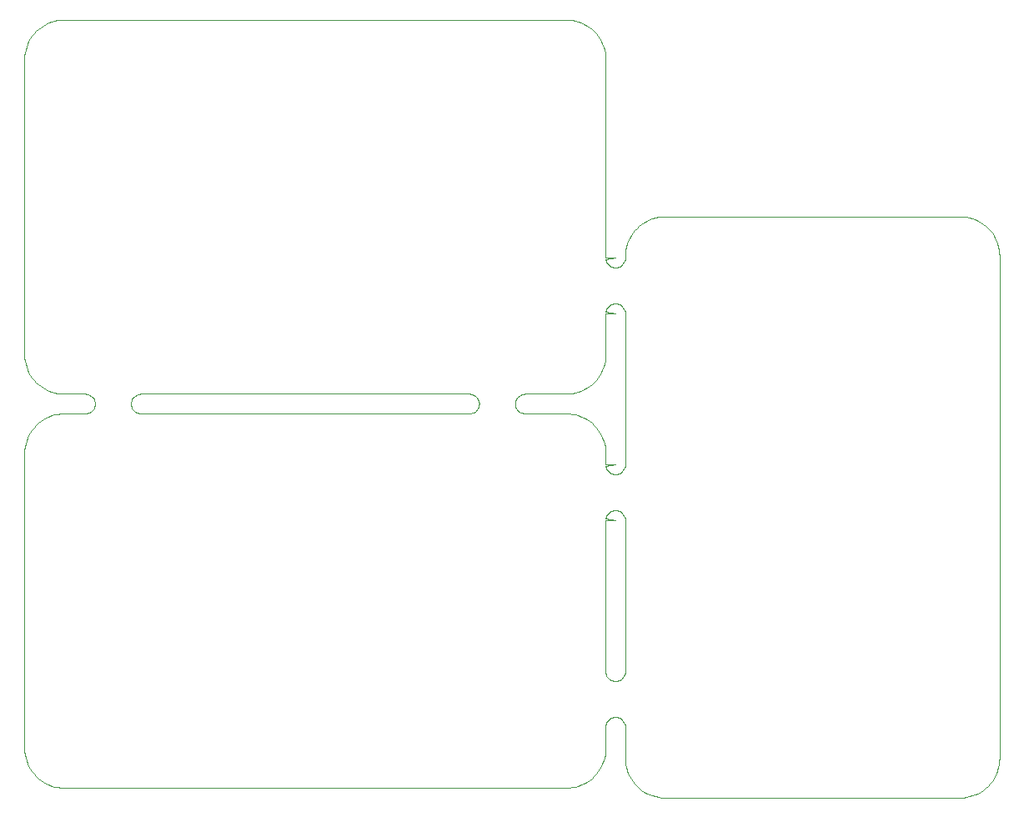
<source format=gko>
%MOIN*%
%OFA0B0*%
%FSLAX36Y36*%
%IPPOS*%
%LPD*%
%ADD10C,0*%
D10*
X001778408Y001496062D02*
X001778408Y001496062D01*
X000465686Y001496062D01*
X000459527Y001496547D01*
X000453520Y001497989D01*
X000447812Y001500354D01*
X000442544Y001503582D01*
X000437847Y001507594D01*
X000433835Y001512291D01*
X000430607Y001517559D01*
X000428242Y001523267D01*
X000426800Y001529274D01*
X000426316Y001535433D01*
X000426800Y001541591D01*
X000428242Y001547599D01*
X000430607Y001553306D01*
X000433835Y001558574D01*
X000437847Y001563271D01*
X000442544Y001567284D01*
X000447812Y001570512D01*
X000453520Y001572876D01*
X000459527Y001574318D01*
X000465686Y001574803D01*
X000465686Y001574803D01*
X001778408Y001574803D01*
X001784567Y001574318D01*
X001790574Y001572876D01*
X001796282Y001570512D01*
X001801549Y001567284D01*
X001806247Y001563271D01*
X001810259Y001558574D01*
X001813487Y001553306D01*
X001815851Y001547599D01*
X001817293Y001541591D01*
X001817778Y001535433D01*
X001817293Y001529274D01*
X001815851Y001523267D01*
X001813487Y001517559D01*
X001810259Y001512291D01*
X001806247Y001507594D01*
X001801549Y001503582D01*
X001796282Y001500354D01*
X001790574Y001497989D01*
X001784567Y001496547D01*
X001778408Y001496062D01*
X001778408Y001496062D01*
X002401574Y000465686D02*
X002401574Y000465686D01*
X002401090Y000459527D01*
X002399647Y000453520D01*
X002397283Y000447812D01*
X002394055Y000442544D01*
X002390043Y000437847D01*
X002385345Y000433835D01*
X002380078Y000430607D01*
X002374370Y000428242D01*
X002368363Y000426800D01*
X002362204Y000426316D01*
X002356045Y000426800D01*
X002350038Y000428242D01*
X002344331Y000430607D01*
X002339063Y000433835D01*
X002334365Y000437847D01*
X002330353Y000442544D01*
X002327125Y000447812D01*
X002324761Y000453520D01*
X002323319Y000459527D01*
X002322834Y000465686D01*
X002322834Y000465686D01*
X002322834Y001069746D01*
X002362204Y001069746D01*
X002323319Y001075905D01*
X002324761Y001081912D01*
X002327125Y001087620D01*
X002330353Y001092888D01*
X002334365Y001097585D01*
X002339063Y001101598D01*
X002344331Y001104825D01*
X002350038Y001107190D01*
X002356045Y001108632D01*
X002362204Y001109117D01*
X002368363Y001108632D01*
X002374370Y001107190D01*
X002380078Y001104825D01*
X002385345Y001101598D01*
X002390043Y001097585D01*
X002394055Y001092888D01*
X002397283Y001087620D01*
X002399647Y001081912D01*
X002401090Y001075905D01*
X002401574Y001069746D01*
X002401574Y000465686D01*
X002001119Y001496062D02*
X002001119Y001496062D01*
X002001119Y001496062D01*
X001994960Y001496547D01*
X001988953Y001497989D01*
X001983245Y001500354D01*
X001977978Y001503582D01*
X001973280Y001507594D01*
X001969268Y001512291D01*
X001966040Y001517559D01*
X001963676Y001523267D01*
X001962233Y001529274D01*
X001961749Y001535433D01*
X001962233Y001541591D01*
X001963676Y001547599D01*
X001966040Y001553306D01*
X001969268Y001558574D01*
X001973280Y001563271D01*
X001977978Y001567284D01*
X001983245Y001570512D01*
X001988953Y001572876D01*
X001994960Y001574318D01*
X002001119Y001574803D01*
X002165354Y001574803D01*
X002177709Y001575288D01*
X002189989Y001576742D01*
X002202117Y001579154D01*
X002214018Y001582511D01*
X002225619Y001586790D01*
X002236848Y001591967D01*
X002247637Y001598009D01*
X002257918Y001604879D01*
X002267629Y001612534D01*
X002276709Y001620928D01*
X002285103Y001630008D01*
X002292758Y001639718D01*
X002299628Y001650000D01*
X002305670Y001660788D01*
X002310846Y001672018D01*
X002315126Y001683619D01*
X002318483Y001695520D01*
X002320895Y001707648D01*
X002322348Y001719927D01*
X002322834Y001732283D01*
X002322834Y001896518D01*
X002362204Y001896518D01*
X002323319Y001902677D01*
X002324761Y001908684D01*
X002327125Y001914392D01*
X002330353Y001919659D01*
X002334365Y001924357D01*
X002339063Y001928369D01*
X002344331Y001931597D01*
X002350038Y001933961D01*
X002356045Y001935403D01*
X002362204Y001935888D01*
X002368363Y001935403D01*
X002374370Y001933961D01*
X002380078Y001931597D01*
X002385345Y001928369D01*
X002390043Y001924357D01*
X002394055Y001919659D01*
X002397283Y001914392D01*
X002399647Y001908684D01*
X002401090Y001902677D01*
X002401574Y001896518D01*
X002401574Y001292457D01*
X002401090Y001286298D01*
X002399647Y001280291D01*
X002397283Y001274584D01*
X002394055Y001269316D01*
X002390043Y001264618D01*
X002385345Y001260606D01*
X002380078Y001257378D01*
X002374370Y001255014D01*
X002368363Y001253572D01*
X002362204Y001253087D01*
X002356045Y001253572D01*
X002350038Y001255014D01*
X002344331Y001257378D01*
X002339063Y001260606D01*
X002334365Y001264618D01*
X002330353Y001269316D01*
X002327125Y001274584D01*
X002324761Y001280291D01*
X002323319Y001286298D01*
X002362204Y001292457D01*
X002322834Y001292457D01*
X002322834Y001338582D01*
X002322348Y001350938D01*
X002320895Y001363218D01*
X002318483Y001375346D01*
X002315126Y001387246D01*
X002310846Y001398848D01*
X002305670Y001410077D01*
X002299628Y001420866D01*
X002292758Y001431147D01*
X002285103Y001440858D01*
X002276709Y001449938D01*
X002267629Y001458331D01*
X002257918Y001465987D01*
X002247637Y001472857D01*
X002236848Y001478898D01*
X002225619Y001484075D01*
X002214018Y001488355D01*
X002202117Y001491711D01*
X002189989Y001494124D01*
X002177709Y001495577D01*
X002165354Y001496062D01*
X002001119Y001496062D01*
X000242975Y001574803D02*
X000242975Y001574803D01*
X000242975Y001574803D01*
X000249134Y001574318D01*
X000255141Y001572876D01*
X000260848Y001570512D01*
X000266116Y001567284D01*
X000270814Y001563271D01*
X000274826Y001558574D01*
X000278054Y001553306D01*
X000280418Y001547599D01*
X000281860Y001541591D01*
X000282345Y001535433D01*
X000281860Y001529274D01*
X000280418Y001523267D01*
X000278054Y001517559D01*
X000274826Y001512291D01*
X000270814Y001507594D01*
X000266116Y001503582D01*
X000260848Y001500354D01*
X000255141Y001497989D01*
X000249134Y001496547D01*
X000242975Y001496062D01*
X000157480Y001496062D01*
X000145124Y001495577D01*
X000132844Y001494124D01*
X000120716Y001491711D01*
X000108816Y001488355D01*
X000097214Y001484075D01*
X000085985Y001478898D01*
X000075196Y001472857D01*
X000064915Y001465987D01*
X000055204Y001458331D01*
X000046124Y001449938D01*
X000037731Y001440858D01*
X000030075Y001431147D01*
X000023205Y001420866D01*
X000017164Y001410077D01*
X000011987Y001398848D01*
X000007707Y001387246D01*
X000004351Y001375346D01*
X000001938Y001363218D01*
X000000485Y001350938D01*
X000000000Y001338583D01*
X000000000Y000157480D01*
X000000485Y000145124D01*
X000001938Y000132845D01*
X000004351Y000120717D01*
X000007707Y000108816D01*
X000011987Y000097215D01*
X000017164Y000085985D01*
X000023205Y000075197D01*
X000030075Y000064915D01*
X000037731Y000055205D01*
X000046124Y000046125D01*
X000055204Y000037731D01*
X000064915Y000030076D01*
X000075196Y000023206D01*
X000085985Y000017164D01*
X000097214Y000011987D01*
X000108816Y000007707D01*
X000120716Y000004351D01*
X000132844Y000001939D01*
X000145124Y000000485D01*
X000157480Y000000000D01*
X002165354Y000000000D01*
X002177709Y000000485D01*
X002189989Y000001939D01*
X002202117Y000004351D01*
X002214018Y000007707D01*
X002225619Y000011987D01*
X002236848Y000017164D01*
X002247637Y000023206D01*
X002257918Y000030076D01*
X002267629Y000037731D01*
X002276709Y000046125D01*
X002285103Y000055205D01*
X002292758Y000064915D01*
X002299628Y000075197D01*
X002305670Y000085985D01*
X002310846Y000097215D01*
X002315126Y000108816D01*
X002318483Y000120717D01*
X002320895Y000132845D01*
X002322348Y000145124D01*
X002322834Y000157480D01*
X002322834Y000242975D01*
X002322834Y000242975D01*
X002323319Y000249134D01*
X002324761Y000255141D01*
X002327125Y000260848D01*
X002330353Y000266116D01*
X002334365Y000270814D01*
X002339063Y000274826D01*
X002344331Y000278054D01*
X002350038Y000280418D01*
X002356045Y000281860D01*
X002362204Y000282345D01*
X002368363Y000281860D01*
X002374370Y000280418D01*
X002380078Y000278054D01*
X002385345Y000274826D01*
X002390043Y000270814D01*
X002394055Y000266116D01*
X002397283Y000260848D01*
X002399647Y000255141D01*
X002401090Y000249134D01*
X002401574Y000242975D01*
X002401574Y000118110D01*
X002402060Y000105754D01*
X002403513Y000093474D01*
X002405925Y000081346D01*
X002409282Y000069446D01*
X002413562Y000057844D01*
X002418738Y000046615D01*
X002424780Y000035826D01*
X002431650Y000025545D01*
X002439305Y000015834D01*
X002447699Y000006754D01*
X002456779Y-000001638D01*
X002466490Y-000009294D01*
X002476771Y-000016164D01*
X002487560Y-000022205D01*
X002498789Y-000027382D01*
X002510390Y-000031662D01*
X002522291Y-000035018D01*
X002534419Y-000037431D01*
X002546699Y-000038884D01*
X002559054Y-000039370D01*
X003740157Y-000039370D01*
X003752513Y-000038884D01*
X003764792Y-000037431D01*
X003776920Y-000035018D01*
X003788821Y-000031662D01*
X003800422Y-000027382D01*
X003811651Y-000022205D01*
X003822440Y-000016164D01*
X003832722Y-000009294D01*
X003842432Y-000001638D01*
X003851512Y000006754D01*
X003859906Y000015834D01*
X003867561Y000025545D01*
X003874431Y000035826D01*
X003880473Y000046615D01*
X003885650Y000057844D01*
X003889929Y000069446D01*
X003893286Y000081346D01*
X003895698Y000093474D01*
X003897151Y000105754D01*
X003897637Y000118110D01*
X003897637Y002125984D01*
X003897151Y002138339D01*
X003895698Y002150619D01*
X003893286Y002162747D01*
X003889929Y002174648D01*
X003885650Y002186249D01*
X003880473Y002197478D01*
X003874431Y002208267D01*
X003867561Y002218548D01*
X003859906Y002228259D01*
X003851512Y002237339D01*
X003842432Y002245733D01*
X003832722Y002253388D01*
X003822440Y002260258D01*
X003811651Y002266299D01*
X003800422Y002271476D01*
X003788821Y002275756D01*
X003776920Y002279112D01*
X003764792Y002281525D01*
X003752513Y002282978D01*
X003740157Y002283464D01*
X002559055Y002283464D01*
X002546699Y002282978D01*
X002534419Y002281525D01*
X002522291Y002279112D01*
X002510390Y002275756D01*
X002498789Y002271476D01*
X002487560Y002266299D01*
X002476771Y002260258D01*
X002466490Y002253388D01*
X002456779Y002245733D01*
X002447699Y002237339D01*
X002439305Y002228259D01*
X002431650Y002218548D01*
X002424780Y002208267D01*
X002418738Y002197478D01*
X002413562Y002186249D01*
X002409282Y002174648D01*
X002405925Y002162747D01*
X002403513Y002150619D01*
X002402060Y002138339D01*
X002401574Y002125984D01*
X002401574Y002119229D01*
X002401090Y002113070D01*
X002399647Y002107063D01*
X002397283Y002101355D01*
X002394055Y002096088D01*
X002390043Y002091390D01*
X002385345Y002087378D01*
X002380078Y002084150D01*
X002374370Y002081786D01*
X002368363Y002080344D01*
X002362204Y002079859D01*
X002356045Y002080344D01*
X002350038Y002081786D01*
X002344331Y002084150D01*
X002339063Y002087378D01*
X002334365Y002091390D01*
X002330353Y002096088D01*
X002327125Y002101355D01*
X002324761Y002107063D01*
X002323319Y002113070D01*
X002362204Y002119229D01*
X002322834Y002119229D01*
X002322834Y002913385D01*
X002322348Y002925741D01*
X002320895Y002938021D01*
X002318483Y002950149D01*
X002315126Y002962049D01*
X002310846Y002973651D01*
X002305670Y002984880D01*
X002299628Y002995669D01*
X002292758Y003005950D01*
X002285103Y003015661D01*
X002276709Y003024741D01*
X002267629Y003033135D01*
X002257918Y003040790D01*
X002247637Y003047660D01*
X002236848Y003053701D01*
X002225619Y003058878D01*
X002214018Y003063158D01*
X002202117Y003066514D01*
X002189989Y003068927D01*
X002177709Y003070380D01*
X002165354Y003070866D01*
X000157480Y003070866D01*
X000145124Y003070380D01*
X000132844Y003068927D01*
X000120716Y003066514D01*
X000108816Y003063158D01*
X000097214Y003058878D01*
X000085985Y003053701D01*
X000075196Y003047660D01*
X000064915Y003040790D01*
X000055204Y003033135D01*
X000046124Y003024741D01*
X000037731Y003015661D01*
X000030075Y003005950D01*
X000023205Y002995669D01*
X000017164Y002984880D01*
X000011987Y002973651D01*
X000007707Y002962049D01*
X000004351Y002950149D01*
X000001938Y002938021D01*
X000000485Y002925741D01*
X000000000Y002913386D01*
X000000000Y001732283D01*
X000000485Y001719927D01*
X000001938Y001707648D01*
X000004351Y001695520D01*
X000007707Y001683619D01*
X000011987Y001672018D01*
X000017164Y001660788D01*
X000023205Y001650000D01*
X000030075Y001639718D01*
X000037731Y001630008D01*
X000046124Y001620928D01*
X000055204Y001612534D01*
X000064915Y001604879D01*
X000075196Y001598009D01*
X000085985Y001591967D01*
X000097214Y001586790D01*
X000108816Y001582511D01*
X000120716Y001579154D01*
X000132844Y001576742D01*
X000145124Y001575288D01*
X000157480Y001574803D01*
X000242975Y001574803D01*
M02*
</source>
